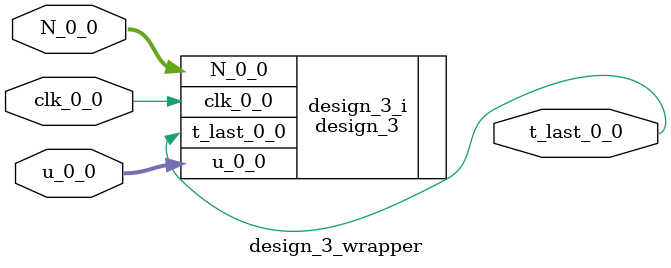
<source format=v>
`timescale 1 ps / 1 ps

module design_3_wrapper
   (N_0_0,
    clk_0_0,
    t_last_0_0,
    u_0_0);
  input [7:0]N_0_0;
  input clk_0_0;
  output t_last_0_0;
  input [7:0]u_0_0;

  wire [7:0]N_0_0;
  wire clk_0_0;
  wire t_last_0_0;
  wire [7:0]u_0_0;

  design_3 design_3_i
       (.N_0_0(N_0_0),
        .clk_0_0(clk_0_0),
        .t_last_0_0(t_last_0_0),
        .u_0_0(u_0_0));
endmodule

</source>
